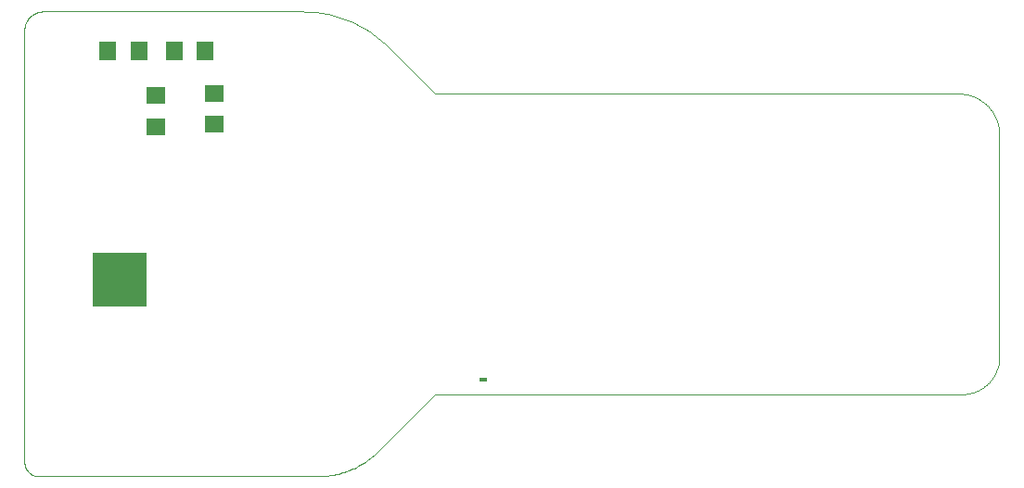
<source format=gtp>
G75*
%MOIN*%
%OFA0B0*%
%FSLAX25Y25*%
%IPPOS*%
%LPD*%
%AMOC8*
5,1,8,0,0,1.08239X$1,22.5*
%
%ADD10C,0.00000*%
%ADD11R,0.19685X0.19685*%
%ADD12R,0.06299X0.07098*%
%ADD13R,0.02953X0.01181*%
%ADD14R,0.07098X0.06299*%
D10*
X0031261Y0021669D02*
X0131325Y0021669D01*
X0153242Y0030748D02*
X0173691Y0051197D01*
X0362808Y0051197D01*
X0362808Y0051196D02*
X0363138Y0051200D01*
X0363467Y0051212D01*
X0363796Y0051232D01*
X0364124Y0051260D01*
X0364452Y0051295D01*
X0364779Y0051339D01*
X0365104Y0051391D01*
X0365428Y0051450D01*
X0365751Y0051517D01*
X0366072Y0051592D01*
X0366391Y0051675D01*
X0366708Y0051765D01*
X0367023Y0051864D01*
X0367335Y0051969D01*
X0367644Y0052082D01*
X0367951Y0052203D01*
X0368255Y0052331D01*
X0368555Y0052466D01*
X0368853Y0052609D01*
X0369146Y0052758D01*
X0369436Y0052915D01*
X0369722Y0053079D01*
X0370004Y0053249D01*
X0370282Y0053426D01*
X0370556Y0053610D01*
X0370825Y0053801D01*
X0371089Y0053998D01*
X0371349Y0054201D01*
X0371603Y0054410D01*
X0371852Y0054626D01*
X0372096Y0054848D01*
X0372335Y0055075D01*
X0372568Y0055308D01*
X0372795Y0055547D01*
X0373017Y0055791D01*
X0373233Y0056040D01*
X0373442Y0056294D01*
X0373645Y0056554D01*
X0373842Y0056818D01*
X0374033Y0057087D01*
X0374217Y0057361D01*
X0374394Y0057639D01*
X0374564Y0057921D01*
X0374728Y0058207D01*
X0374885Y0058497D01*
X0375034Y0058790D01*
X0375177Y0059088D01*
X0375312Y0059388D01*
X0375440Y0059692D01*
X0375561Y0059999D01*
X0375674Y0060308D01*
X0375779Y0060620D01*
X0375878Y0060935D01*
X0375968Y0061252D01*
X0376051Y0061571D01*
X0376126Y0061892D01*
X0376193Y0062215D01*
X0376252Y0062539D01*
X0376304Y0062864D01*
X0376348Y0063191D01*
X0376383Y0063519D01*
X0376411Y0063847D01*
X0376431Y0064176D01*
X0376443Y0064505D01*
X0376447Y0064835D01*
X0376447Y0144657D01*
X0376443Y0145015D01*
X0376430Y0145372D01*
X0376408Y0145730D01*
X0376378Y0146086D01*
X0376339Y0146442D01*
X0376292Y0146797D01*
X0376236Y0147150D01*
X0376171Y0147502D01*
X0376098Y0147852D01*
X0376017Y0148201D01*
X0375927Y0148547D01*
X0375829Y0148891D01*
X0375722Y0149233D01*
X0375608Y0149572D01*
X0375485Y0149908D01*
X0375354Y0150241D01*
X0375215Y0150571D01*
X0375068Y0150897D01*
X0374913Y0151220D01*
X0374751Y0151539D01*
X0374581Y0151853D01*
X0374403Y0152164D01*
X0374218Y0152470D01*
X0374025Y0152772D01*
X0373826Y0153069D01*
X0373619Y0153361D01*
X0373405Y0153648D01*
X0373184Y0153930D01*
X0372957Y0154206D01*
X0372723Y0154477D01*
X0372482Y0154741D01*
X0372236Y0155001D01*
X0371983Y0155254D01*
X0371723Y0155500D01*
X0371459Y0155741D01*
X0371188Y0155975D01*
X0370912Y0156202D01*
X0370630Y0156423D01*
X0370343Y0156637D01*
X0370051Y0156844D01*
X0369754Y0157043D01*
X0369452Y0157236D01*
X0369146Y0157421D01*
X0368835Y0157599D01*
X0368521Y0157769D01*
X0368202Y0157931D01*
X0367879Y0158086D01*
X0367553Y0158233D01*
X0367223Y0158372D01*
X0366890Y0158503D01*
X0366554Y0158626D01*
X0366215Y0158740D01*
X0365873Y0158847D01*
X0365529Y0158945D01*
X0365183Y0159035D01*
X0364834Y0159116D01*
X0364484Y0159189D01*
X0364132Y0159254D01*
X0363779Y0159310D01*
X0363424Y0159357D01*
X0363068Y0159396D01*
X0362712Y0159426D01*
X0362354Y0159448D01*
X0361997Y0159461D01*
X0361639Y0159465D01*
X0173691Y0159465D01*
X0157002Y0176154D01*
X0126007Y0188992D02*
X0032774Y0188992D01*
X0032612Y0188990D01*
X0032449Y0188984D01*
X0032287Y0188974D01*
X0032125Y0188961D01*
X0031964Y0188943D01*
X0031803Y0188921D01*
X0031642Y0188896D01*
X0031483Y0188867D01*
X0031324Y0188834D01*
X0031166Y0188797D01*
X0031008Y0188756D01*
X0030852Y0188711D01*
X0030697Y0188663D01*
X0030543Y0188611D01*
X0030391Y0188555D01*
X0030240Y0188496D01*
X0030090Y0188433D01*
X0029942Y0188366D01*
X0029795Y0188296D01*
X0029651Y0188222D01*
X0029508Y0188145D01*
X0029367Y0188064D01*
X0029228Y0187980D01*
X0029091Y0187893D01*
X0028956Y0187802D01*
X0028823Y0187708D01*
X0028693Y0187611D01*
X0028565Y0187511D01*
X0028440Y0187408D01*
X0028317Y0187302D01*
X0028197Y0187193D01*
X0028079Y0187081D01*
X0027964Y0186966D01*
X0027852Y0186848D01*
X0027743Y0186728D01*
X0027637Y0186605D01*
X0027534Y0186480D01*
X0027434Y0186352D01*
X0027337Y0186222D01*
X0027243Y0186089D01*
X0027152Y0185954D01*
X0027065Y0185817D01*
X0026981Y0185678D01*
X0026900Y0185537D01*
X0026823Y0185394D01*
X0026749Y0185250D01*
X0026679Y0185103D01*
X0026612Y0184955D01*
X0026549Y0184805D01*
X0026490Y0184654D01*
X0026434Y0184502D01*
X0026382Y0184348D01*
X0026334Y0184193D01*
X0026289Y0184037D01*
X0026248Y0183879D01*
X0026211Y0183721D01*
X0026178Y0183562D01*
X0026149Y0183403D01*
X0026124Y0183242D01*
X0026102Y0183081D01*
X0026084Y0182920D01*
X0026071Y0182758D01*
X0026061Y0182596D01*
X0026055Y0182433D01*
X0026053Y0182271D01*
X0026053Y0026877D01*
X0026055Y0026733D01*
X0026061Y0026590D01*
X0026071Y0026447D01*
X0026085Y0026304D01*
X0026102Y0026162D01*
X0026124Y0026020D01*
X0026150Y0025879D01*
X0026179Y0025738D01*
X0026212Y0025599D01*
X0026250Y0025460D01*
X0026290Y0025322D01*
X0026335Y0025186D01*
X0026384Y0025051D01*
X0026436Y0024917D01*
X0026492Y0024785D01*
X0026551Y0024654D01*
X0026614Y0024525D01*
X0026681Y0024398D01*
X0026751Y0024273D01*
X0026824Y0024150D01*
X0026901Y0024028D01*
X0026981Y0023909D01*
X0027065Y0023793D01*
X0027151Y0023678D01*
X0027241Y0023566D01*
X0027334Y0023457D01*
X0027429Y0023350D01*
X0027528Y0023245D01*
X0027629Y0023144D01*
X0027734Y0023045D01*
X0027841Y0022950D01*
X0027950Y0022857D01*
X0028062Y0022767D01*
X0028177Y0022681D01*
X0028293Y0022597D01*
X0028412Y0022517D01*
X0028534Y0022440D01*
X0028657Y0022367D01*
X0028782Y0022297D01*
X0028909Y0022230D01*
X0029038Y0022167D01*
X0029169Y0022108D01*
X0029301Y0022052D01*
X0029435Y0022000D01*
X0029570Y0021951D01*
X0029706Y0021906D01*
X0029844Y0021866D01*
X0029983Y0021828D01*
X0030122Y0021795D01*
X0030263Y0021766D01*
X0030404Y0021740D01*
X0030546Y0021718D01*
X0030688Y0021701D01*
X0030831Y0021687D01*
X0030974Y0021677D01*
X0031117Y0021671D01*
X0031261Y0021669D01*
X0131325Y0021669D02*
X0132086Y0021678D01*
X0132846Y0021706D01*
X0133605Y0021753D01*
X0134363Y0021818D01*
X0135119Y0021902D01*
X0135873Y0022004D01*
X0136624Y0022125D01*
X0137372Y0022265D01*
X0138116Y0022422D01*
X0138856Y0022598D01*
X0139592Y0022792D01*
X0140323Y0023004D01*
X0141048Y0023233D01*
X0141767Y0023481D01*
X0142480Y0023746D01*
X0143187Y0024028D01*
X0143886Y0024328D01*
X0144577Y0024645D01*
X0145261Y0024979D01*
X0145936Y0025329D01*
X0146603Y0025696D01*
X0147260Y0026079D01*
X0147908Y0026478D01*
X0148545Y0026893D01*
X0149173Y0027323D01*
X0149789Y0027769D01*
X0150395Y0028229D01*
X0150989Y0028705D01*
X0151571Y0029195D01*
X0152141Y0029698D01*
X0152698Y0030216D01*
X0153242Y0030748D01*
X0157001Y0176154D02*
X0156255Y0176883D01*
X0155491Y0177594D01*
X0154711Y0178286D01*
X0153914Y0178960D01*
X0153102Y0179614D01*
X0152275Y0180249D01*
X0151432Y0180864D01*
X0150575Y0181459D01*
X0149704Y0182034D01*
X0148820Y0182587D01*
X0147923Y0183120D01*
X0147013Y0183630D01*
X0146092Y0184119D01*
X0145159Y0184586D01*
X0144215Y0185031D01*
X0143261Y0185453D01*
X0142298Y0185852D01*
X0141325Y0186228D01*
X0140343Y0186581D01*
X0139353Y0186911D01*
X0138356Y0187216D01*
X0137352Y0187498D01*
X0136341Y0187756D01*
X0135324Y0187990D01*
X0134302Y0188200D01*
X0133276Y0188385D01*
X0132245Y0188546D01*
X0131211Y0188682D01*
X0130173Y0188794D01*
X0129134Y0188880D01*
X0128093Y0188942D01*
X0127050Y0188980D01*
X0126007Y0188992D01*
D11*
X0060305Y0092417D03*
D12*
X0056045Y0174819D03*
X0067242Y0174819D03*
X0079904Y0174819D03*
X0091100Y0174819D03*
D13*
X0190837Y0056610D03*
D14*
X0094163Y0148354D03*
X0094163Y0159551D03*
X0073297Y0158764D03*
X0073297Y0147567D03*
M02*

</source>
